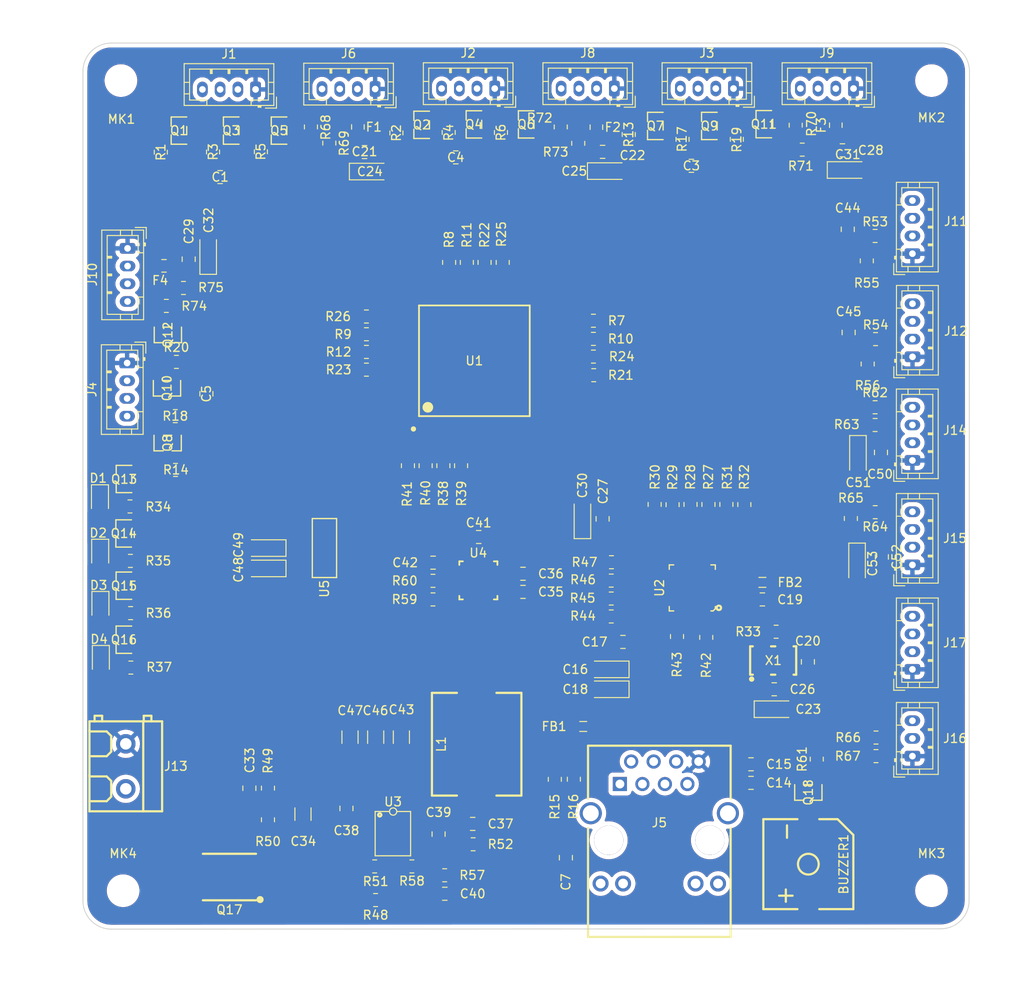
<source format=kicad_pcb>
(kicad_pcb (version 20241229) (generator "pcbnew") (generator_version "9.0")
  (layers (0 "F.Cu" signal) (2 "B.Cu" signal) (13 "F.Paste" user) (15 "B.Paste" user) (5 "F.SilkS" user "F.Silkscreen") (7 "B.SilkS" user "B.Silkscreen") (1 "F.Mask" user) (3 "B.Mask" user) (25 "Edge.Cuts" user))
  (net 0 "")
  (net 1 "+5V")
  (net 2 "GND")
  (net 3 "Net-(J1-Pin_4)")
  (net 4 "Net-(J2-Pin_4)")
  (net 5 "Net-(J1-Pin_3)")
  (net 6 "Net-(J2-Pin_3)")
  (net 7 "Net-(J1-Pin_2)")
  (net 8 "Net-(J2-Pin_2)")
  (net 9 "Net-(C7-Pad1)")
  (net 10 "Net-(J3-Pin_4)")
  (net 11 "Net-(J4-Pin_4)")
  (net 12 "Net-(J3-Pin_3)")
  (net 13 "Net-(J4-Pin_3)")
  (net 14 "Net-(J3-Pin_2)")
  (net 15 "Net-(J4-Pin_2)")
  (net 16 "Net-(C14-Pad1)")
  (net 17 "Net-(C15-Pad1)")
  (net 18 "Net-(U2-VDD_1.2)")
  (net 19 "Net-(U2-VDDA_3.3)")
  (net 20 "Net-(X1-OUT)")
  (net 21 "Net-(X1-OE{slash}~{ST})")
  (net 22 "+3.3V")
  (net 23 "/POWER_SUPPLY_ADC")
  (net 24 "Net-(U3-EN)")
  (net 25 "Net-(U4-REGOUT)")
  (net 26 "Net-(C37-Pad1)")
  (net 27 "Net-(U3-SW)")
  (net 28 "Net-(U3-BST)")
  (net 29 "Net-(U3-COMP)")
  (net 30 "Net-(U3-FB)")
  (net 31 "Net-(U4-CPOUT)")
  (net 32 "Net-(D1-A)")
  (net 33 "Net-(D1-K)")
  (net 34 "Net-(D2-K)")
  (net 35 "Net-(D2-A)")
  (net 36 "Net-(D3-K)")
  (net 37 "Net-(D3-A)")
  (net 38 "Net-(D4-A)")
  (net 39 "Net-(D4-K)")
  (net 40 "Net-(J6-Pin_2)")
  (net 41 "Net-(J8-Pin_2)")
  (net 42 "Net-(J9-Pin_2)")
  (net 43 "Net-(J10-Pin_2)")
  (net 45 "/ETH_LED1")
  (net 46 "Net-(J5-RD-)")
  (net 47 "Net-(J5-RD+)")
  (net 48 "/ETH_LED0")
  (net 49 "Net-(J5-Pad9)")
  (net 50 "Net-(J5-TD+)")
  (net 51 "Net-(J5-Pad12)")
  (net 52 "Net-(J5-TD-)")
  (net 53 "/ENC1_B")
  (net 54 "/ENC1_A")
  (net 55 "/ENC3_B")
  (net 56 "/ENC3_A")
  (net 57 "/ENC2_B")
  (net 58 "/ENC2_A")
  (net 59 "/ENC4_A")
  (net 60 "/ENC4_B")
  (net 61 "Net-(J11-Pin_2)")
  (net 62 "/US_SENSOR1_TRIG")
  (net 63 "/US_SENSOR2_TRIG")
  (net 64 "Net-(J12-Pin_2)")
  (net 65 "VCC")
  (net 66 "/COMPASS_SCL")
  (net 67 "/COMPASS_SDA")
  (net 68 "/GPS_TX")
  (net 69 "/GPS_RX")
  (net 70 "/TTL_TX")
  (net 71 "/TTL_RX")
  (net 72 "/LED_RED")
  (net 73 "/LED_GREEN")
  (net 74 "/LED_YELLOW")
  (net 75 "Net-(Q17-G)")
  (net 76 "/MOTOR1_PWM")
  (net 77 "/MOTOR1_FWD")
  (net 78 "/MOTOR1_RVR")
  (net 79 "/MOTOR3_PWM")
  (net 80 "/MOTOR3_FWD")
  (net 81 "/MOTOR3_RVR")
  (net 82 "/MOTOR2_PWM")
  (net 83 "/MOTOR2_FWD")
  (net 84 "/MOTOR2_RVR")
  (net 85 "/MOTOR4_PWM")
  (net 86 "/MOTOR4_FWD")
  (net 87 "/MOTOR4_RVR")
  (net 88 "Net-(U2-MDIO)")
  (net 89 "/ETH_MDIO")
  (net 90 "Net-(U2-MDC)")
  (net 91 "/ETH_MDC")
  (net 92 "Net-(U2-RXD1{slash}PHYAD2)")
  (net 93 "/ETH_RXD1")
  (net 94 "/ETH_RXD0")
  (net 95 "Net-(U2-RXD0{slash}DUPLEX)")
  (net 96 "Net-(U2-REXT)")
  (net 97 "Net-(U2-XI)")
  (net 98 "/LED_BLUE_4")
  (net 99 "/LED_BLUE_3")
  (net 100 "/LED_BLUE_2")
  (net 101 "/LED_BLUE_1")
  (net 102 "/ETH_RST")
  (net 103 "Net-(U2-TXD1)")
  (net 104 "/ETH_TXD0")
  (net 105 "Net-(U2-TXD0)")
  (net 106 "/ETH_TXD1")
  (net 107 "/ETH_TX_EN")
  (net 108 "Net-(U2-TXEN)")
  (net 109 "Net-(U2-REF_CLK{slash}B-CAST_OFF)")
  (net 110 "/ETH_REF_CLK")
  (net 111 "/ETH_CRS_DV")
  (net 112 "Net-(U2-CRS_DV{slash}CONFIG2)")
  (net 113 "Net-(U3-RT{slash}CLK)")
  (net 114 "/US_SENSOR1_ECHO")
  (net 115 "/US_SENSOR2_ECHO")
  (net 116 "/MPU_SDA")
  (net 117 "/MPU_SCL")
  (net 118 "/BUZZER_OUT")
  (net 179 "Net-(BUZZER1-Pad2)")
  (net 180 "Net-(J15-Pin_4)")
  (net 181 "Net-(J16-Pin_3)")
  (net 182 "Net-(Q1-Pad1)")
  (net 183 "Net-(Q2-Pad1)")
  (net 184 "Net-(Q3-Pad1)")
  (net 185 "Net-(Q4-Pad1)")
  (net 186 "Net-(Q5-Pad1)")
  (net 187 "Net-(Q6-Pad1)")
  (net 188 "Net-(Q7-Pad1)")
  (net 189 "Net-(Q8-Pad1)")
  (net 190 "Net-(Q9-Pad1)")
  (net 191 "Net-(Q10-Pad1)")
  (net 192 "Net-(Q11-Pad1)")
  (net 193 "Net-(Q12-Pad1)")
  (net 194 "Net-(Q13-Pad1)")
  (net 195 "Net-(Q14-Pad1)")
  (net 196 "Net-(Q15-Pad1)")
  (net 197 "Net-(Q16-Pad1)")
  (net 198 "Net-(Q18-Pad1)")
  (net 199 "Net-(J6-Pin_4)")
  (net 200 "Net-(J8-Pin_4)")
  (net 201 "Net-(J9-Pin_4)")
  (net 202 "Net-(J10-Pin_4)")
  (footprint "MMBT3904:SOT-23-3_L2.9-W1.6-P1.90-LS2.8-BR" (layer "F.Cu") (at 173.575 46.625)
    (property "Reference" "Q7")
    (property "Value" "NPN")
  )
  (footprint "Capacitor_Tantalum_SMD:CP_EIA-3216-18_Kemet-A" (layer "F.Cu") (at 129.575 96.6 180)
    (property "Reference" "C48")
    (property "Value" "10uF")
  )
  (footprint "Resistor_SMD:R_0805_2012Metric" (layer "F.Cu") (at 119.3875 79.4)
    (property "Reference" "R18")
    (property "Value" "10k")
  )
  (footprint "Resistor_SMD:R_0805_2012Metric" (layer "F.Cu") (at 114.2725 89.6)
    (property "Reference" "R34")
    (property "Value" "120")
  )
  (footprint "Fuse:Fuse_0805_2012Metric" (layer "F.Cu") (at 193.95 46.5375 90)
    (property "Reference" "F3")
    (property "Value" "Fuse")
  )
  (footprint "Capacitor_Tantalum_SMD:CP_EIA-3216-18_Kemet-A" (layer "F.Cu") (at 141.35 51.775)
    (property "Reference" "C24")
    (property "Value" "10uF")
  )
  (footprint "DB127V-5.08-2P-GN-S:CONN-TH_2P-P5.08" (layer "F.Cu") (at 113.8 118.95 -90)
    (property "Reference" "J13")
    (property "Value" "Screw_Terminal_01x02")
  )
  (footprint "Capacitor_SMD:C_0805_2012Metric" (layer "F.Cu") (at 148.49 95.95 180)
    (property "Reference" "C42")
    (property "Value" "2.2nF")
  )
  (footprint "Resistor_SMD:R_0805_2012Metric" (layer "F.Cu") (at 198.4375 70.7 180)
    (property "Reference" "R54")
    (property "Value" "10k")
  )
  (footprint "MMBT3904:SOT-23-3_L2.9-W1.6-P1.90-LS2.8-BR" (layer "F.Cu") (at 113.585 98.55)
    (property "Reference" "Q15")
    (property "Value" "NPN")
  )
  (footprint "HX_CYA1050-3.3UH:IND-SMD_L11.6-W10.1" (layer "F.Cu") (at 153.41 116.455013 90)
    (property "Reference" "L1")
    (property "Value" "3.3uH")
  )
  (footprint "MountingHole:MountingHole_3.2mm_M3" (layer "F.Cu") (at 204.75 41.5)
    (property "Reference" "MK2")
    (property "Value" "M3")
  )
  (footprint "Connector_JST:JST_PH_B4B-PH-K_1x04_P2.00mm_Vertical" (layer "F.Cu") (at 114 60.45 -90)
    (property "Reference" "J10")
    (property "Value" "Conn_01x04_Male")
  )
  (footprint "Fuse:Fuse_0805_2012Metric" (layer "F.Cu") (at 140 46.7375 90)
    (property "Reference" "F1")
    (property "Value" "Fuse")
  )
  (footprint "MMBT3904:SOT-23-3_L2.9-W1.6-P1.90-LS2.8-BR" (layer "F.Cu") (at 125.7 47.15)
    (property "Reference" "Q3")
    (property "Value" "NPN")
  )
  (footprint "STM32F407VGT6:LQFP-100_L14.0-W14.0-P0.50-LS16.0-BL" (layer "F.Cu") (at 153.15 73.15)
    (property "Reference" "U1")
    (property "Value" "STM32F407VGT6")
  )
  (footprint "Resistor_SMD:R_0805_2012Metric" (layer "F.Cu") (at 197.45 61.8625 -90)
    (property "Reference" "R55")
    (property "Value" "15k")
  )
  (footprint "Resistor_SMD:R_0805_2012Metric" (layer "F.Cu") (at 168.625 95.9)
    (property "Reference" "R47")
    (property "Value" "33")
  )
  (footprint "Resistor_SMD:R_0805_2012Metric" (layer "F.Cu") (at 134.7 46.7375 -90)
    (property "Reference" "R68")
    (property "Value" "10k")
  )
  (footprint "Capacitor_SMD:C_0805_2012Metric" (layer "F.Cu") (at 184.38 118.72)
    (property "Reference" "C15")
    (property "Value" "100nF")
  )
  (footprint "Resistor_SMD:R_0805_2012Metric" (layer "F.Cu") (at 140.9625 72.15 180)
    (property "Reference" "R12")
    (property "Value" "1k")
  )
  (footprint "Connector_JST:JST_PH_B4B-PH-K_1x04_P2.00mm_Vertical" (layer "F.Cu") (at 128.45 42.5 180)
    (property "Reference" "J1")
    (property "Value" "Conn_01x04_Male")
  )
  (footprint "Resistor_SMD:R_0805_2012Metric" (layer "F.Cu") (at 197.55 73.5125 -90)
    (property "Reference" "R56")
    (property "Value" "15k")
  )
  (footprint "Resistor_SMD:R_0805_2012Metric" (layer "F.Cu") (at 183.625 89.3875 -90)
    (property "Reference" "R32")
    (property "Value" "6.49k")
  )
  (footprint "MountingHole:MountingHole_3.2mm_M3" (layer "F.Cu") (at 113.5 133)
    (property "Reference" "MK4")
    (property "Value" "M3")
  )
  (footprint "Capacitor_SMD:C_0805_2012Metric" (layer "F.Cu") (at 185.6625 100.1)
    (property "Reference" "C19")
    (property "Value" "100nF")
  )
  (footprint "Resistor_SMD:R_0805_2012Metric" (layer "F.Cu") (at 156.15 47.3625 -90)
    (property "Reference" "R6")
    (property "Value" "10k")
  )
  (footprint "Capacitor_SMD:C_0805_2012Metric" (layer "F.Cu") (at 163.48 129.27 -90)
    (property "Reference" "C7")
    (property "Value" "100nF")
  )
  (footprint "Resistor_SMD:R_0805_2012Metric" (layer "F.Cu") (at 176.65 48.1375 -90)
    (property "Reference" "R17")
    (property "Value" "10k")
  )
  (footprint "Capacitor_Tantalum_SMD:CP_EIA-3216-18_Kemet-A" (layer "F.Cu") (at 168.225 51.725)
    (property "Reference" "C25")
    (property "Value" "10uF")
  )
  (footprint "Connector_JST:JST_PH_B4B-PH-K_1x04_P2.00mm_Vertical" (layer "F.Cu") (at 202.6 96.2 90)
    (property "Reference" "J15")
    (property "Value" "Conn_01x04_Male")
  )
  (footprint "Resistor_SMD:R_0805_2012Metric" (layer "F.Cu") (at 198.4875 117.8)
    (property "Reference" "R67")
    (property "Value" "15k")
  )
  (footprint "MountingHole:MountingHole_3.2mm_M3" (layer "F.Cu") (at 113.25 41.5)
    (property "Reference" "MK1")
    (property "Value" "M3")
  )
  (footprint "Resistor_SMD:R_0805_2012Metric" (layer "F.Cu") (at 179.325 104.3875 90)
    (property "Reference" "R42")
    (property "Value" "10k")
  )
  (footprint "MMBT3904:SOT-23-3_L2.9-W1.6-P1.90-LS2.8-BR" (layer "F.Cu") (at 147.2 46.5)
    (property "Reference" "Q2")
    (property "Value" "NPN")
  )
  (footprint "Connector_JST:JST_PH_B4B-PH-K_1x04_P2.00mm_Vertical" (layer "F.Cu") (at 202.6 108 90)
    (property "Reference" "J17")
    (property "Value" "Conn_01x04_Male")
  )
  (footprint "Capacitor_SMD:C_0805_2012Metric" (layer "F.Cu") (at 151.05 50.175)
    (property "Reference" "C4")
    (property "Value" "100nF")
  )
  (footprint "LED_SMD:LED_0805_2012Metric" (layer "F.Cu") (at 110.91 94.9875 -90)
    (property "Reference" "D2")
    (property "Value" "BLUE")
  )
  (footprint "Capacitor_Tantalum_SMD:CP_EIA-3216-18_Kemet-A" (layer "F.Cu") (at 168.3 108 180)
    (property "Reference" "C16")
    (property "Value" "2.2uF")
  )
  (footprint "Capacitor_SMD:C_0805_2012Metric" (layer "F.Cu") (at 199.05 83.5 -90)
    (property "Reference" "C50")
    (property "Value" "100nF")
  )
  (footprint "Resistor_SMD:R_0805_2012Metric" (layer "F.Cu") (at 151.65 85 -90)
    (property "Reference" "R39")
    (property "Value" "1k")
  )
  (footprint "Capacitor_Tantalum_SMD:CP_EIA-3216-18_Kemet-A" (layer "F.Cu") (at 196.45 83.9 -90)
    (property "Reference" "C51")
    (property "Value" "10uF")
  )
  (footprint "Resistor_SMD:R_0805_2012Metric" (layer "F.Cu") (at 189.425 46.5375 -90)
    (property "Reference" "R70")
    (property "Value" "10k")
  )
  (footprint "Resistor_SMD:R_0805_2012Metric" (layer "F.Cu") (at 181.6 89.375 -90)
    (property "Reference" "R31")
    (property "Value" "2.2k")
  )
  (footprint "Resistor_SMD:R_0805_2012Metric" (layer "F.Cu") (at 119.5125 73.275)
    (property "Reference" "R20")
    (property "Value" "10k")
  )
  (footprint "Capacitor_SMD:C_0805_2012Metric" (layer "F.Cu") (at 169.925 104.9 180)
    (property "Reference" "C17")
    (property "Value" "100nF")
  )
  (footprint "Connector_JST:JST_PH_B4B-PH-K_1x04_P2.00mm_Vertical" (layer "F.Cu") (at 141.95 42.45 180)
    (property "Reference" "J6")
    (property "Value" "Conn_01x04_Male")
  )
  (footprint "Resistor_SMD:R_0805_2012Metric" (layer "F.Cu") (at 198.3875 80.4)
    (property "Reference" "R63")
    (property "Value" "4.7k")
  )
  (footprint "Fuse:Fuse_0805_2012Metric" (layer "F.Cu") (at 166.925 46.7625 90)
    (property "Reference" "F2")
    (property "Value" "Fuse")
  )
  (footprint "Resistor_SMD:R_0805_2012Metric" (layer "F.Cu") (at 175.525 89.4 -90)
    (property "Reference" "R29")
    (property "Value" "33")
  )
  (footprint "Capacitor_SMD:C_0805_2012Metric" (layer "F.Cu") (at 153.64 93.05 180)
    (property "Reference" "C41")
    (property "Value" "100nF")
  )
  (footprint "Resistor_SMD:R_0805_2012Metric" (layer "F.Cu") (at 198.3875 78.4)
    (property "Reference" "R62")
    (property "Value" "4.7k")
  )
  (footprint "MMBT3904:SOT-23-3_L2.9-W1.6-P1.90-LS2.8-BR" (layer "F.Cu") (at 113.585 104.65)
    (property "Reference" "Q16")
    (property "Value" "NPN")
  )
  (footprint "Connector_JST:JST_PH_B3B-PH-K_1x03_P2.00mm_Vertical" (layer "F.Cu") (at 202.6 117.8 90)
    (property "Reference" "J16")
    (property "Value" "Conn_01x03_Male")
  )
  (footprint "Capacitor_Tantalum_SMD:CP_EIA-3216-18_Kemet-A" (layer "F.Cu") (at 196.35 96.05 -90)
    (property "Reference" "C53")
    (property "Value" "10uF")
  )
  (footprint "Resistor_SMD:R_0805_2012Metric" (layer "F.Cu") (at 153.01 127.755013)
    (property "Reference" "R52")
    (property "Value" "16k")
  )
  (footprint "Capacitor_Tantalum_SMD:CP_EIA-3216-18_Kemet-A" (layer "F.Cu") (at 195.3 51.6)
    (property "Reference" "C31")
    (property "Value" "10uF")
  )
  (footprint "Capacitor_SMD:C_0805_2012Metric" (layer "F.Cu") (at 167.625 91 90)
    (property "Reference" "C27")
    (property "Value" "100nF")
  )
  (footprint "Resistor_SMD:R_0805_2012Metric" (layer "F.Cu") (at 150.3 62.0375 90)
    (property "Reference" "R8")
    (property "Value" "1k")
  )
  (footprint "Capacitor_Tantalum_SMD:CP_EIA-3216-18_Kemet-A" (layer "F.Cu") (at 168.3 110.25 180)
    (property "Reference" "C18")
    (property "Value" "22uF")
  )
  (footprint "Capacitor_SMD:C_1206_3216Metric" (layer "F.Cu") (at 144.91 115.655013 -90)
    (property "Reference" "C43")
    (property "Value" "22 uF")
  )
  (footprint "MMBT3904:SOT-23-3_L2.9-W1.6-P1.90-LS2.8-BR" (layer "F.Cu") (at 185.825 46.425)
    (property "Reference" "Q11")
    (property "Value" "NPN")
  )
  (footprint "Resistor_SMD:R_0805_2012Metric" (layer "F.Cu") (at 141.9975 134.055013)
    (property "Reference" "R48")
    (property "Value" "47k")
  )
  (footprint "Capacitor_SMD:C_0805_2012Metric" (layer "F.Cu") (at 199.15 95.3 -90)
    (property "Reference" "C52")
    (property "Value" "100nF")
  )
  (footprint "Resistor_SMD:R_0805_2012Metric" (layer "F.Cu") (at 129.85 124.9875 -90)
    (property "Reference" "R50")
    (property "Value" "82k")
  )
  (footprint "Resistor_SMD:R_0805_2012Metric" (layer "F.Cu") (at 148.4775 98)
    (property "Reference" "R60")
    (property "Value" "4.7k")
  )
  (footprint "Capacitor_SMD:C_0805_2012Metric" (layer "F.Cu") (at 184.38 120.82)
    (property "Reference" "C14")
    (property "Value" "100nF")
  )
  (footprint "Resistor_SMD:R_0805_2012Metric" (layer "F.Cu") (at 154.3 62.0375 90)
    (property "Reference" "R22")
    (property "Value" "1k")
  )
  (footprint "X1G0044510004:OSC-SMD_4P-L5.0-W3.2-BL_SG5032" (layer "F.Cu") (at 186.88 107)
    (property "Reference" "X1")
    (property "Value" "X1G004451000400")
  )
  (footprint "Resistor_SMD:R_0805_2012Metric" (layer "F.Cu") (at 168.6 102.025)
    (property "Reference" "R44")
    (property "Value" "33")
  )
  (footprint "Resistor_SMD:R_0805_2012Metric" (layer "F.Cu") (at 190.1625 49.3)
    (property "Reference" "R71")
    (property "Value" "15k")
  )
  (footprint "Resistor_SMD:R_0805_2012Metric" (layer "F.Cu") (at 198.4875 115.7 180)
    (property "Reference" "R66")
    (property "Value" "10k")
  )
  (footprint "MMBT3904:SOT-23-3_L2.9-W1.6-P1.90-LS2.8-BR" (layer "F.Cu") (at 131.1 47.15)
    (property "Reference" "Q5")
    (property "Value" "NPN")
  )
  (footprint "Connector_JST:JST_PH_B4B-PH-K_1x04_P2.00mm_Vertical" (layer "F.Cu") (at 195.95 42.4 180)
    (property "Reference" "J9")
    (property "Value" "Conn_01x04_Male")
  )
  (footprint "Capacitor_SMD:C_1206_3216Metric" (layer "F.Cu") (at 139.11 115.655013 -90)
    (property "Reference" "C47")
    (property "Value" "22 uF")
  )
  (footprint "Capacitor_SMD:C_0805_2012Metric" (layer "F.Cu") (at 190.8 107.15 -90)
    (property "Reference" "C20")
    (property "Value" "22pF")
  )
  (footprint "Resistor_SMD:R_0805_2012Metric" (layer "F.Cu") (at 191.8 118.1375 90)
    (property "Reference" "R61")
    (property "Value" "1k")
  )
  (footprint "MMBT3904:SOT-23-3_L2.9-W1.6-P1.90-LS2.8-BR" (layer "F.Cu") (at 179.675 46.625)
    (property "Reference" "Q9")
    (property "Value" "NPN")
  )
  (footprint "Capacitor_SMD:C_0805_2012Metric" (layer "F.Cu") (at 195.3 58.3 -90)
    (property "Reference" "C44")
    (property "Value" "100nF")
  )
  (footprint "Resistor_SMD:R_0805_2012Metric" (layer "F.Cu") (at 162.23 120.42 -90)
    (property "Reference" "R15")
    (property "Value" "330")
  )
  (footprint "Resistor_SMD:R_0805_2012Metric" (layer "F.Cu") (at 187.2125 103.75)
    (property "Reference" "R33")
    (property "Value" "33")
  )
  (footprint "Resistor_SMD:R_0805_2012Metric" (layer "F.Cu") (at 168.6 97.975)
    (property "Reference" "R46")
    (property "Value" "33")
  )
  (footprint "MPU-6050:QFN-24_L4.0-W4.0-P0.50-BL-EP2.7" (layer "F.Cu") (at 153.59 97.95)
    (property "Reference" "U4")
    (property "Value" "MPU-6050_C24112")
  )
  (footprint "Inductor_SMD:L_0805_2012Metric" (layer "F.Cu") (at 165.4375 114.45 180)
    (property "Reference" "FB1")
    (property "Value" "FerriteBead")
  )
  (footprint "Capacitor_SMD:C_0805_2012Metric" (layer "F.Cu") (at 149.81 133.345013 180)
    (property "Reference" "C40")
    (property "Value" "47pF")
  )
  (footprint "Resistor_SMD:R_0805_2012Metric" (layer "F.Cu") (at 149.65 85 -90)
    (property "Reference" "R38")
    (property "Value" "1k")
  )
  (footprint "Resistor_SMD:R_0805_2012Metric" (layer "F.Cu") (at 140.9625 68.15 180)
    (property "Reference" "R26")
    (property "Value" "1k")
  )
  (footprint "Resistor_SMD:R_0805_2012Metric" (layer "F.Cu") (at 117.75 49.5875 -90)
    (property "Reference" "R1")
    (property "Value" "10k")
  )
  (footprint "Resistor_SMD:R_0805_2012Metric" (layer "F.Cu") (at 166.5875 68.625)
    (property "Reference" "R7")
    (property "Value" "1k")
  )
  (footprint "MMBT3904:SOT-23-3_L2.9-W1.6-P1.90-LS2.8-BR" (layer "F.Cu") (at 118.45 76.25 90)
    (property "Reference" "Q10")
    (property "Value" "NPN")
  )
  (footprint "Capacitor_SMD:C_1206_3216Metric" (layer "F.Cu") (at 133.8 124.35 90)
    (property "Reference" "C34")
    (property "Value" "10uF")
  )
  (footprint "Resistor_SMD:R_0805_2012Metric" (layer "F.Cu") (at 129.05 49.5375 -90)
    (property "Reference" "R5")
    (property "Value" "10k")
  )
  (footprint "Resistor_SMD:R_0805_2012Metric" (layer "F.Cu") (at 150.25 47.3625 -90)
    (property "Reference" "R4")
    (property "Value" "10k")
  )
  (footprint "MMBT3904:SOT-23-3_L2.9-W1.6-P1.90-LS2.8-BR" (layer "F.Cu") (at 190.85 121.9 90)
    (property "Reference" "Q18")
    (property "Value" "NPN")
  )
  (footprint "Resistor_SMD:R_0805_2012Metric" (layer "F.Cu") (at 141.8975 130.255013)
    (property "Reference" "R51")
    (property "Value" "200k")
  )
  (footprint "MLT-9650:BUZ-SMD_L9.6-W9.6-LS10.0-R" (layer "F.Cu") (at 190.85 130 -90)
    (property "Reference" "BUZZER1")
    (property "Value" "HND-9650B")
  )
  (footprint "AMS1117-3.3:SOT-223-4_L6.5-W3.5-P2.30-LS7.0-BR" (layer "F.Cu") (at 136.225 94.3 180)
    (property "Reference" "U5")
    (property "Value" "AMS1117-3.3_C347222")
  )
  (footprint "Resistor_SMD:R_0805_2012Metric" (layer "F.Cu") (at 129.85 121.4125 -90)
    (property "Reference" "R49")
    (property "Value" "10k")
  )
  (footprint "Fuse:Fuse_0805_2012Metric" (layer "F.Cu") (at 118.1125 62.425 180)
    (property "Reference" "F4")
    (property "Value" "Fuse")
  )
  (footprint "Resistor_SMD:R_0805_2012Metric" (layer "F.Cu") (at 168.6 100)
    (property "Reference" "R45")
    (property "Value" "33")
  )
  (footprint "Resistor_SMD:R_0805_2012Metric" (layer "F.Cu") (at 179.575 89.375 -90)
    (property "Reference" "R27")
    (property "Value" "33")
  )
  (footprint "Resistor_SMD:R_0805_2012Metric" (layer "F.Cu") (at 152.3 62.0375 90)
    (property "Reference" "R11")
    (property "Value" "1k")
  )
  (footprint "MountingHole:MountingHole_3.2mm_M3" (layer "F.Cu") (at 204.75 133)
    (property "Reference" "MK3")
    (property "Value" "M3")
  )
  (footprint "Connector_JST:JST_PH_B4B-PH-K_1x04_P2.00mm_Vertical" (layer "F.Cu") (at 182.4 42.4 180)
    (property "Reference" "J3")
    (property "Value" "Conn_01x04_Male")
  )
  (footprint "Capacitor_SMD:C_1206_3216Metric" (layer "F.Cu") (at 142.01 115.655013 -90)
    (property "Reference" "C46")
    (property "Value" "22 uF")
  )
  (footprint "Capacitor_Tantalum_SMD:CP_EIA-3216-18_Kemet-A" (layer "F.Cu") (at 123.1 61.075 90)
    (property "Reference" "C32")
    (property "Value" "10uF")
  )
  (footprint "Connector_JST:JST_PH_B4B-PH-K_1x04_P2.00mm_Vertical" (layer "F.Cu") (at 202.6 84.4 90)
    (property "Reference" "J14")
    (property "Value" "Conn_01x04_Male")
  )
  (footprint "Resistor_SMD:R_0805_2012Metric" (layer "F.Cu") (at 120.3125 64.925)
    (property "Reference" "R75")
    (property "Value" "15k")
  )
  (footprint "MMBT3904:SOT-23-3_L2.9-W1.6-P1.90-LS2.8-BR" (layer "F.Cu") (at 118.525 82.44 90)
    (property "Reference" "Q8")
    (property "Value" "NPN")
  )
  (footprint "Capacitor_SMD:C_0805_2012Metric" (layer "F.Cu") (at 122.9 76.875 90)
    (property "Reference" "C5")
    (property "Value" "100nF")
  )
  (footprint "Resistor_SMD:R_0805_2012Metric" (layer "F.Cu") (at 119.4125 85.475)
    (property "Reference" "R14")
    (property "Value" "10k")
  )
  (footprint "Resistor_SMD:R_0805_2012Metric" (layer "F.Cu") (at 166.5875 70.675)
    (property "Reference" "R10")
    (property "Value" "1k")
  )
  (footprint "Resistor_SMD:R_0805_2012Metric" (layer "F.Cu") (at 164.875 48.5875 -90)
    (property "Reference" "R73")
    (property "Value" "15k")
  )
  (footprint "Resistor_SMD:R_0805_2012Metric" (layer "F.Cu") (at 147.65 85 -90)
    (property "Reference" "R40")
    (property "Value" "1k")
  )
  (footprint "Resistor_SMD:R_0805_2012Metric" (layer "F.Cu") (at 176.025 104.2875 -90)
    (property "Reference" "R43")
    (property "Value" "33")
  )
  (footprint "MMBT3904:SOT-23-3_L2.9-W1.6-P1.90-LS2.8-BR" (layer "F.Cu") (at 153.1 46.45)
    (property "Reference" "Q4")
    (property "Value" "NPN")
  )
  (footprint "AP64500SP-13:SO-8_L4.9-W3.9-P1.27-LS6.0-BL-EP" (layer "F.Cu") (at 143.95 126.555013 -90)
    (property "Reference" "U3")
    (property "Value" "AP64500SP-13")
  )
  (footprint "Resistor_SMD:R_0805_2012Metric" (layer "F.Cu") (at 140.9625 74.15 180)
    (property "Reference" "R23")
    (property "Value" "1k")
  )
  (footprint "Resistor_SMD:R_0805_2012Metric" (layer "F.Cu") (at 145.65 85 -90)
    (property "Reference" "R41")
    (property "Value" "1k")
  )
  (footprint "LED_SMD:LED_0805_2012Metric" (layer "F.Cu") (at 110.885 88.8375 -90)
    (property "Reference" "D1")
    (property "Value" "BLUE")
  )
  (footprint "Capacitor_Tantalum_SMD:CP_EIA-3216-18_Kemet-A" (layer "F.Cu") (at 187.05 112.5)
    (property "Reference" "C23")
    (property "Value" "22uF")
  )
  (footprint "Capacitor_SMD:C_0805_2012Metric" (layer "F.Cu") (at 187 110.25)
    (property "Reference" "C26")
    (property "Value" "100nF")
  )
  (footprint "Resistor_SMD:R_0805_2012Metric" (layer "F.Cu") (at 198.3875 59.05 180)
    (property "Reference" "R53")
    (property "Value" "10k")
  )
  (footprint "Resistor_SMD:R_0805_2012Metric" (layer "F.Cu") (at 173.5 89.375 -90)
    (property "Reference" "R30")
    (property "Value" "33")
  )
  (footprint "MMBT3904:SOT-23-3_L2.9-W1.6-P1.90-LS2.8-BR" (layer "F.Cu") (at 119.8 47.15)
    (property "Reference" "Q1")
    (property "Value" "NPN")
  )
  (footprint "Resistor_SMD:R_0805_2012Metric" (layer "F.Cu") (at 123.65 49.5625 -90)
    (property "Reference" "R3")
    (property "Value" "10k")
  )
  (footprint "MMBT3904:SOT-23-3_L2.9-W1.6-P1.90-LS2.8-BR" (layer "F.Cu") (at 118.55 70.225 90)
    (property "Reference" "Q12")
    (property "Value" "NPN")
  )
  (footprint "Resistor_SMD:R_0805_2012Metric" (layer "F.Cu") (at 146.0975 130.255013 180)
    (property "Reference" "R58")
    (property "Value" "22.1k")
  )
  (footprint "LED_SMD:LED_0805_2012Metric" (layer "F.Cu") (at 110.985 106.9875 -90)
    (property "Reference" "D4")
    (property "Value" "BLUE")
  )
  (footprint "Resistor_SMD:R_0805_2012Metric" (layer "F.Cu") (at 166.625 74.775)
    (property "Reference" "R21")
    (property "Value" "1k")
  )
  (footprint "Resistor_SMD:R_0805_2012Metric" (layer "F.Cu") (at 177.55 89.375 -90)
    (property "Reference" "R28")
    (property "Value" "33")
  )
  (footprint "Resistor_SMD:R_0805_2012Metric" (layer "F.Cu") (at 166.5875 72.675)
    (property "Reference" "R24")
    (property "Value" "1k")
  )
  (footprint "Capacitor_SMD:C_0805_2012Metric" (layer "F.Cu") (at 138.71 123.705013 90)
    (property "Reference" "C38")
    (property "Value" "100nF")
  )
  (footprint "Capacitor_SMD:C_0805_2012Metric" (layer "F.Cu") (at 152.96 125.455013 180)
    (property "Reference" "C37")
    (property "Value" "2.7nF")
  )
  (footprint "Resistor_SMD:R_0805_2012Metric" (layer "F.Cu") (at 144.35 47.4125 -90)
    (property "Reference" "R2")
    (property "Value" "10k")
  )
  (footprint "Resistor_SMD:R_0805_2012Metric" (layer "F.Cu") (at 164.38 120.4075 -90)
    (property "Reference" "R16")
    (property "Value" "330")
  )
  (footprint "Resistor_SMD:R_0805_2012Metric" (layer "F.Cu") (at 162.9 46.7375 -90)
    (property "Reference" "R72")
    (property "Value" "10k")
  )
  (footprint "Resistor_SMD:R_0805_2012Metric" (layer "F.Cu") (at 195.65 90.9625 -90)
    (property "Reference" "R65")
    (property "Value" "15k")
  )
  (footprint "Inductor_SMD:L_0805_2012Metric" (layer "F.Cu") (at 185.6625 98.175 180)
    (property "Reference" "FB2")
    (property "Value" "FerriteBead")
  )
  (footprint "Resistor_SMD:R_0805_2012Metric" (layer "F.Cu") (at 136.775 48.5625 -90)
    (property "Reference" "R69")
    (property "Value" "15k")
  )
  (footprint "Capacitor_SMD:C_0805_2012Metric" (layer "F.Cu") (at 194.7 49.375)
    (property "Reference" "C28")
    (property "Value" "100nF")
  )
  (footprint "Capacitor_SMD:C_0805_2012Metric" (layer "F.Cu") (at 195.4 69.95 -90)
    (property "Reference" "C45")
    (property "Value" "100nF")
  )
  (footprint "Capacitor_SMD:C_0805_2012Metric" (layer "F.Cu") (at 167.625 49.55)
    (property "Reference" "C22")
    (property "Value" "100nF")
  )
  (footprint "KSZ8081RNBIA-TR:QFN-32_L5.0-W5.0-P0.50-BL-EP3.4" (layer "F.Cu") (at 177.75 98.8 90)
    (property "Reference" "U2")
    (property "Value" "KSZ8081RNBIA-TR")
  )
  (footprint "Capacitor_SMD:C_0805_2012Metric" (layer "F.Cu") (at 124.45 52.4)
    (property "Reference" "C1")
    (property "Value" "100nF")
  )
  (footprint "MMBT3904:SOT-23-3_L2.9-W1.6-P1.90-LS2.8-BR" (layer "F.Cu") (at 113.56 92.65)
    (property "Reference" "Q14")
    (property "Value" "NPN")
  )
  (footprint "Capacitor_SMD:C_0805_2012Metric" (layer "F.Cu") (at 177.65 51.125)
    (property "Reference" "C3")
    (property "Value" "100nF")
  )
  (footprint "HR911105A:RJ45-TH_HR911105A" (layer "F.Cu") (at 174.03 125.3)
    (property "Reference" "J5")
    (property "Value" "HR911105A_C12074")
  )
  (footprint "Capacitor_SMD:C_0805_2012Metric" (layer "F.Cu") (at 140.75 49.575)
    (property "Reference" "C21")
    (property "Value" "100nF")
  )
  (footprint "MMBT3904:SOT-23-3_L2.9-W1.6-P1.90-LS2.8-BR" (layer "F.Cu") (at 113.5975 86.5)
    (property "Reference" "Q13")
    (property "Value" "NPN")
  )
  (footprint "Capacitor_SMD:C_0805_2012Metric" (layer "F.Cu") (at 127.75 121.425 90)
    (property "Reference" "C33")
    (property "Value" "100nF")
  )
  (footprint "Resistor_SMD:R_0805_2012Metric" (layer "F.Cu") (at 198.4 90.25 180)
    (property "Reference" "R64")
    (property "Value" "10k")
  )
  (footprint "Connector_JST:JST_PH_B4B-PH-K_1x04_P2.00mm_Vertical" (layer "F.Cu") (at 202.6 61.05 90)
    (property "Reference" "J11")
    (property "Value" "Conn_01x04_Male")
  )
  (footprint "Connector_JST:JST_PH_B4B-PH-K_1x04_P2.00mm_Vertical" (layer "F.Cu") (at 202.61 72.7 90)
    (property "Reference" "J12")
    (property "Value" "Conn_01x04_Male")
  )
  (footprint "Resistor_SMD:R_0805_2012Metric" (layer "F.Cu") (at 170.575 47.5875 -90)
    (property "Reference" "R13")
    (property "Value" "10k")
  )
  (footprint "Resistor_SMD:R_0805_2012Metric" (layer "F.Cu") (at 149.7975 131.255013 180)
    (property "Reference" "R57")
    (property "Value" "120k")
  )
  (footprint "Capacitor_SMD:C_0805_2012Metric" (layer "F.Cu") (at 158.64 97.2 180)
    (property "Reference" "C36")
    (property "Value" "100nF")
  )
  (footprint "Resistor_SMD:R_0805_2012Metric" (layer "F.Cu") (at 114.3475 101.65)
    (property "Reference" "R36")
    (property "Value" "120")
  )
  (footprint "Connector_JST:JST_PH_B4B-PH-K_1x04_P2.00mm_Vertical" (layer "F.Cu") (at 168.95 42.4 180)
    (property "Reference" "J8")
    (property "Value" "Conn_01x04_Male")
  )
  (footprint "HSBA100P04:DFN-8_L5.7-W5.1-P1.27-LS6.1-BL-1" (layer "F.Cu") (at 125.5 131.45 90)
    (property "Reference" "Q17")
    (property "Value" "HSBA100P04_C2987717")
  )
  (footprint "Connector_JST:JST_PH_B4B-PH-K_1x04_P2.00mm_Vertical" (layer "F.Cu") (at 155.45 42.4 180)
    (property "Reference" "J2")
    (property "Value" "Conn_01x04_Male")
  )
  (footprint "Resistor_SMD:R_0805_2012Metric" (layer "F.Cu") (at 182.775 48.1375 -90)
    (property "Reference" "R19")
    (property "Value" "10k")
  )
  (footprint "Connector_JST:JST_PH_B4B-PH-K_1x04_P2.00mm_Vertical" (layer "F.Cu") (at 113.95 73.4 -90)
    (property "Reference" "J4")
    (property "Value" "Conn_01x04_Male")
  )
  (footprint "Resistor_SMD:R_0805_2012Metric" (layer "F.Cu") (at 140.9625 70.15 180)
    (property "Reference" "R9")
    (property "Value" "1k")
  )
  (footprint "Capacitor_SMD:C_0805_2012Metric" (layer "F.Cu") (at 158.64 99.25)
    (property "Reference" "C35")
    (property "Value" "10nF")
  )
  (footprint "Resistor_SMD:R_0805_2012Metric" (layer "F.Cu") (at 148.4775 100.1)
    (property "Reference" "R59")
    (property "Value" "4.7k")
  )
  (footprint "Capacitor_Tantalum_SMD:CP_EIA-3216-18_Kemet-A" (layer "F.Cu") (at 165.35 90.925 90)
    (property "Reference" "C30")
    (property "Value" "22uF")
  )
  (footprint "MMBT3904:SOT-23-3_L2.9-W1.6-P1.90-LS2.8-BR" (layer "F.Cu") (at 159 46.45)
    (property "Reference" "Q6")
    (property "Value" "NPN")
  )
  (footprint "Capacitor_Tantalum_SMD:CP_EIA-3216-18_Kemet-A" (layer "F.Cu") (at 129.575 94.3 180)
    (property "Reference" "C49")
    (property "Value" "22uF")
  )
  (footprint "Capacitor_SMD:C_0805_2012Metric" (layer "F.Cu") (at 149.11 126.605013 90)
    (property "Reference" "C39")
    (property "Value" "39pF")
  )
  (footprint "LED_SMD:LED_0805_2012Metric" (layer "F.Cu") (at 110.935 100.8875 -90)
    (property "Reference" "D3")
    (property "Value" "BLUE")
  )
  (footprint "Resistor_SMD:R_0805_2012Metric" (layer "F.Cu") (at 156.35 62.0375 90)
    (property "Reference" "R25")
    (property "Value" "1k")
  )
  (footprint "Resistor_SMD:R_0805_2012Metric" (layer "F.Cu") (at 114.3225 95.75)
    (property "Reference" "R35")
    (property "Value" "120")
  )
  (footprint "Capacitor_SMD:C_0805_2012Metric" (layer "F.Cu") (at 120.9 61.675 90)
    (property "Reference" "C29")
    (property "Value" "100nF")
  )
  (footprint "Resistor_SMD:R_0805_2012Metric" (layer "F.Cu") (at 118.375 66.95)
    (property "Reference" "R74")
    (property "Value" "10k")
  )
  (footprint "Resistor_SMD:R_0805_2012Metric" (layer "F.Cu") (at 114.3725 107.8)
    (property "Reference" "R37")
    (property "Value" "120")
  )
  (gr_arc (start 205.837258 37.262742) (mid 208.1 38.2) (end 209.037258 40.462742) (stroke (width 0.1)) (layer "Edge.Cuts"))
  (gr_arc (start 112.162742 137.337258) (mid 109.9 136.4) (end 108.962742 134.137258) (stroke (width 0.1)) (layer "Edge.Cuts"))
  (gr_arc (start 209 134.1) (mid 208.062742 136.362742) (end 205.8 137.3) (stroke (width 0.1)) (layer "Edge.Cuts"))
  (gr_line (start 209.037258 40.4627) (end 209 134.1) (stroke (width 0.1)) (layer "Edge.Cuts"))
  (gr_line (start 205.8 137.3) (end 112.162742 137.337258) (stroke (width 0.1)) (layer "Edge.Cuts"))
  (gr_line (start 108.962742 134.137258) (end 108.962742 40.462742) (stroke (width 0.1)) (layer "Edge.Cuts"))
  (gr_line (start 112.162742 37.262743) (end 205.837258 37.262742) (stroke (width 0.1)) (layer "Edge.Cuts"))
  (gr_arc (start 108.962742 40.462742) (mid 109.9 38.2) (end 112.162742 37.262742) (stroke (width 0.1)) (layer "Edge.Cuts"))
  (zone (net 1) (net_name "+5V") (layer "F.Cu") (connect_pads (clearance 0.5)) (min_thickness 0.25) (fill yes (thermal_gap 0.5) (thermal_bridge_width 0.5))
    (polygon (pts (xy 107.25 32.4) (xy 214.8 32.575) (xy 215.2 144.925) (xy 99.6 145.1) (xy 100.175 32.575)))
  )
  (zone (net 22) (net_name "+3.3V") (layer "F.Cu") (priority 1) (connect_pads (clearance 0.5)) (min_thickness 0.25) (fill yes (thermal_gap 0.5) (thermal_bridge_width 0.5))
    (polygon (pts (xy 100.175 32.575) (xy 214.8 32.575) (xy 215.2 144.925) (xy 99.6 145.1)))
  )
  (zone (net 2) (net_name "GND") (layer "B.Cu") (priority 2) (connect_pads (clearance 0.5)) (min_thickness 0.25) (fill yes (thermal_gap 0.5) (thermal_bridge_width 0.5))
    (polygon (pts (xy 100.175 32.575) (xy 214.8 32.575) (xy 215.2 144.925) (xy 99.6 145.1)))
  )
)
</source>
